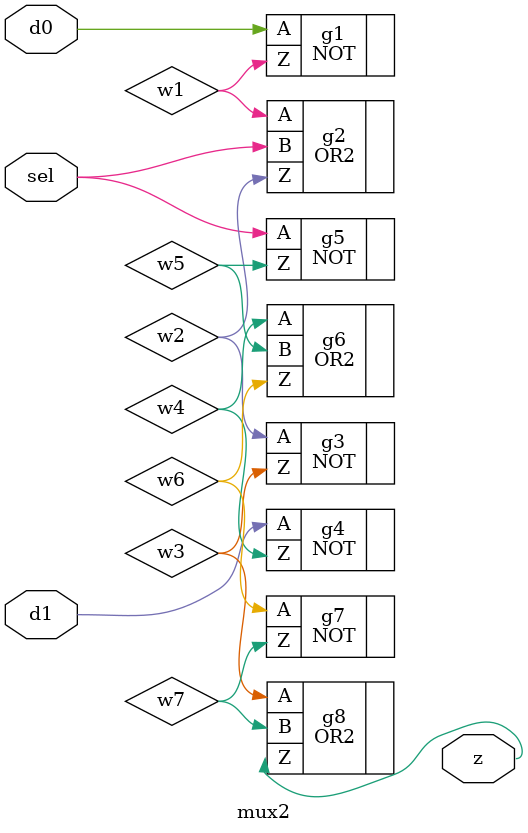
<source format=sv>
module mux2 (
    input logic d0,          // Data input 0
    input logic d1,          // Data input 1
    input logic sel,         // Select input
    output logic z           // Output
);

	logic w1;
	logic w2;
	logic w3;
	logic w4;
	logic w5;
	logic w6;
	logic w7;
	
	NOT #(
		.Tpdlh(10),
		.Tpdhl(9)
	) g1 (
		.A(d0),
		.Z(w1)
	);
	
	OR2 #(
		.Tpdlh(10),
		.Tpdhl(8)
	) g2 (
		.A(w1),
		.B(sel),
		.Z(w2)
	);
	
	NOT #(
		.Tpdlh(10),
		.Tpdhl(9)
	) g3 (
		.A(w2),
		.Z(w3)
	);
	
	NOT #(
		.Tpdlh(10),
		.Tpdhl(9)
	) g4 (
		.A(d1),
		.Z(w4)
	);
	
	NOT #(
		.Tpdlh(10),
		.Tpdhl(9)
	) g5 (
		.A(sel),
		.Z(w5)
	);
	
	OR2 #(
		.Tpdlh(10),
		.Tpdhl(8)
	) g6 (
		.A(w4),
		.B(w5),
		.Z(w6)
	);
	
	NOT #(
		.Tpdlh(10),
		.Tpdhl(9)
	) g7 (
		.A(w6),
		.Z(w7)
	);
	
	OR2 #(
		.Tpdlh(10),
		.Tpdhl(8)
	) g8 (
		.A(w3),
		.B(w7),
		.Z(z)
	);



endmodule

</source>
